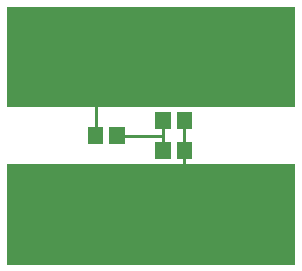
<source format=gbr>
G04 start of page 2 for group 0 idx 0 *
G04 Title: (unknown), top *
G04 Creator: pcb 20140316 *
G04 CreationDate: Thu 02 Jul 2020 08:46:43 PM GMT UTC *
G04 For: railfan *
G04 Format: Gerber/RS-274X *
G04 PCB-Dimensions (mil): 1000.00 900.00 *
G04 PCB-Coordinate-Origin: lower left *
%MOIN*%
%FSLAX25Y25*%
%LNTOP*%
%ADD15C,0.0120*%
%ADD14C,0.0260*%
%ADD13R,0.0512X0.0512*%
%ADD12C,0.0100*%
%ADD11C,0.0001*%
G54D11*G36*
X2000Y88000D02*X98000D01*
Y54500D01*
X2000D01*
Y88000D01*
G37*
G36*
Y35500D02*X98000D01*
Y2000D01*
X2000D01*
Y35500D01*
G37*
G54D12*X38543Y45000D02*X54000D01*
X31500Y56500D02*Y45500D01*
X53957Y50000D02*Y40000D01*
X61000Y33500D02*Y50000D01*
G54D13*X31457Y45393D02*Y44607D01*
X38543Y45393D02*Y44607D01*
X53957Y50393D02*Y49607D01*
X61043Y50393D02*Y49607D01*
X53957Y40393D02*Y39607D01*
X61043Y40393D02*Y39607D01*
G54D14*X31500Y56500D03*
X61000Y33500D03*
G54D15*M02*

</source>
